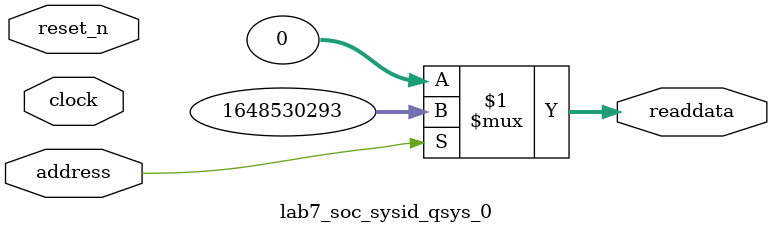
<source format=v>



// synthesis translate_off
`timescale 1ns / 1ps
// synthesis translate_on

// turn off superfluous verilog processor warnings 
// altera message_level Level1 
// altera message_off 10034 10035 10036 10037 10230 10240 10030 

module lab7_soc_sysid_qsys_0 (
               // inputs:
                address,
                clock,
                reset_n,

               // outputs:
                readdata
             )
;

  output  [ 31: 0] readdata;
  input            address;
  input            clock;
  input            reset_n;

  wire    [ 31: 0] readdata;
  //control_slave, which is an e_avalon_slave
  assign readdata = address ? 1648530293 : 0;

endmodule



</source>
